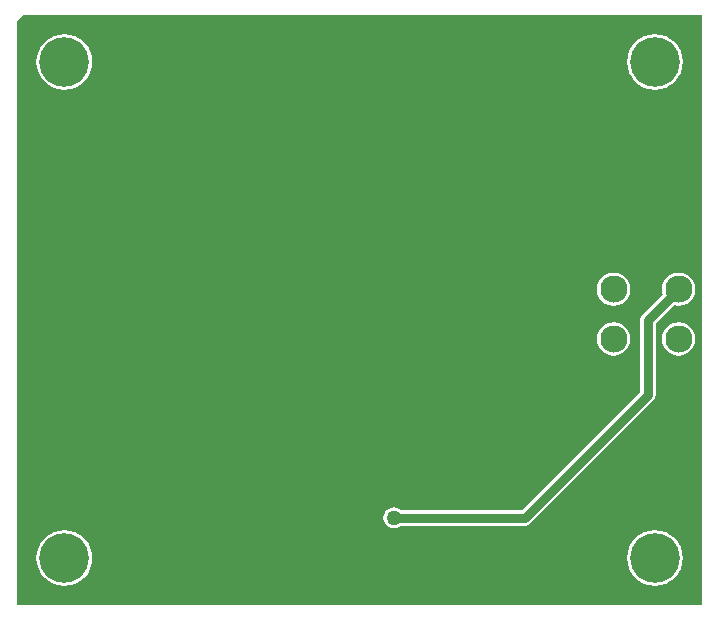
<source format=gbl>
G04*
G04 #@! TF.GenerationSoftware,Altium Limited,Altium Designer,22.1.2 (22)*
G04*
G04 Layer_Physical_Order=2*
G04 Layer_Color=16711680*
%FSLAX25Y25*%
%MOIN*%
G70*
G04*
G04 #@! TF.SameCoordinates,94212916-5215-4C0A-BD21-050921E15A7C*
G04*
G04*
G04 #@! TF.FilePolarity,Positive*
G04*
G01*
G75*
%ADD19C,0.03000*%
%ADD22C,0.16535*%
%ADD23C,0.09055*%
%ADD24C,0.05000*%
G36*
X232283Y3937D02*
X3937D01*
Y198819D01*
X5906Y200787D01*
X232283D01*
Y3937D01*
D02*
G37*
%LPC*%
G36*
X216535Y194352D02*
X214719Y194173D01*
X212972Y193643D01*
X211362Y192782D01*
X209950Y191624D01*
X208792Y190213D01*
X207932Y188603D01*
X207402Y186856D01*
X207223Y185039D01*
X207402Y183223D01*
X207932Y181476D01*
X208792Y179866D01*
X209950Y178454D01*
X211362Y177296D01*
X212972Y176436D01*
X214719Y175906D01*
X216535Y175727D01*
X218352Y175906D01*
X220099Y176436D01*
X221709Y177296D01*
X223120Y178454D01*
X224278Y179866D01*
X225139Y181476D01*
X225669Y183223D01*
X225848Y185039D01*
X225669Y186856D01*
X225139Y188603D01*
X224278Y190213D01*
X223120Y191624D01*
X221709Y192782D01*
X220099Y193643D01*
X218352Y194173D01*
X216535Y194352D01*
D02*
G37*
G36*
X19685D02*
X17868Y194173D01*
X16121Y193643D01*
X14511Y192782D01*
X13100Y191624D01*
X11942Y190213D01*
X11081Y188603D01*
X10551Y186856D01*
X10373Y185039D01*
X10551Y183223D01*
X11081Y181476D01*
X11942Y179866D01*
X13100Y178454D01*
X14511Y177296D01*
X16121Y176436D01*
X17868Y175906D01*
X19685Y175727D01*
X21502Y175906D01*
X23249Y176436D01*
X24859Y177296D01*
X26270Y178454D01*
X27428Y179866D01*
X28289Y181476D01*
X28819Y183223D01*
X28998Y185039D01*
X28819Y186856D01*
X28289Y188603D01*
X27428Y190213D01*
X26270Y191624D01*
X24859Y192782D01*
X23249Y193643D01*
X21502Y194173D01*
X19685Y194352D01*
D02*
G37*
G36*
X224409Y114827D02*
X222966Y114637D01*
X221622Y114080D01*
X220467Y113194D01*
X219581Y112040D01*
X219024Y110695D01*
X218834Y109252D01*
X219024Y107809D01*
X219123Y107570D01*
X212457Y100905D01*
X211905Y100078D01*
X211711Y99102D01*
Y75158D01*
X172094Y35541D01*
X132044D01*
X132024Y35567D01*
X131293Y36128D01*
X130441Y36481D01*
X129528Y36601D01*
X128614Y36481D01*
X127762Y36128D01*
X127031Y35567D01*
X126470Y34836D01*
X126118Y33985D01*
X125997Y33071D01*
X126118Y32157D01*
X126470Y31306D01*
X127031Y30575D01*
X127762Y30014D01*
X128614Y29661D01*
X129528Y29541D01*
X130441Y29661D01*
X131293Y30014D01*
X131852Y30443D01*
X173150D01*
X174125Y30637D01*
X174952Y31190D01*
X216062Y72300D01*
X216615Y73127D01*
X216809Y74102D01*
Y98046D01*
X222728Y103966D01*
X222966Y103867D01*
X224409Y103677D01*
X225852Y103867D01*
X227197Y104424D01*
X228352Y105310D01*
X229238Y106464D01*
X229795Y107809D01*
X229985Y109252D01*
X229795Y110695D01*
X229238Y112040D01*
X228352Y113194D01*
X227197Y114080D01*
X225852Y114637D01*
X224409Y114827D01*
D02*
G37*
G36*
X202756D02*
X201313Y114637D01*
X199968Y114080D01*
X198814Y113194D01*
X197928Y112040D01*
X197371Y110695D01*
X197181Y109252D01*
X197371Y107809D01*
X197928Y106464D01*
X198814Y105310D01*
X199968Y104424D01*
X201313Y103867D01*
X202756Y103677D01*
X204199Y103867D01*
X205544Y104424D01*
X206698Y105310D01*
X207584Y106464D01*
X208141Y107809D01*
X208331Y109252D01*
X208141Y110695D01*
X207584Y112040D01*
X206698Y113194D01*
X205544Y114080D01*
X204199Y114637D01*
X202756Y114827D01*
D02*
G37*
G36*
X224409Y98292D02*
X222966Y98102D01*
X221622Y97545D01*
X220467Y96659D01*
X219581Y95504D01*
X219024Y94160D01*
X218834Y92717D01*
X219024Y91274D01*
X219581Y89929D01*
X220467Y88774D01*
X221622Y87888D01*
X222966Y87331D01*
X224409Y87141D01*
X225852Y87331D01*
X227197Y87888D01*
X228352Y88774D01*
X229238Y89929D01*
X229795Y91274D01*
X229985Y92717D01*
X229795Y94160D01*
X229238Y95504D01*
X228352Y96659D01*
X227197Y97545D01*
X225852Y98102D01*
X224409Y98292D01*
D02*
G37*
G36*
X202756D02*
X201313Y98102D01*
X199968Y97545D01*
X198814Y96659D01*
X197928Y95504D01*
X197371Y94160D01*
X197181Y92717D01*
X197371Y91274D01*
X197928Y89929D01*
X198814Y88774D01*
X199968Y87888D01*
X201313Y87331D01*
X202756Y87141D01*
X204199Y87331D01*
X205544Y87888D01*
X206698Y88774D01*
X207584Y89929D01*
X208141Y91274D01*
X208331Y92717D01*
X208141Y94160D01*
X207584Y95504D01*
X206698Y96659D01*
X205544Y97545D01*
X204199Y98102D01*
X202756Y98292D01*
D02*
G37*
G36*
X216535Y28998D02*
X214719Y28819D01*
X212972Y28289D01*
X211362Y27428D01*
X209950Y26270D01*
X208792Y24859D01*
X207932Y23249D01*
X207402Y21502D01*
X207223Y19685D01*
X207402Y17868D01*
X207932Y16121D01*
X208792Y14511D01*
X209950Y13100D01*
X211362Y11942D01*
X212972Y11081D01*
X214719Y10551D01*
X216535Y10373D01*
X218352Y10551D01*
X220099Y11081D01*
X221709Y11942D01*
X223120Y13100D01*
X224278Y14511D01*
X225139Y16121D01*
X225669Y17868D01*
X225848Y19685D01*
X225669Y21502D01*
X225139Y23249D01*
X224278Y24859D01*
X223120Y26270D01*
X221709Y27428D01*
X220099Y28289D01*
X218352Y28819D01*
X216535Y28998D01*
D02*
G37*
G36*
X19685D02*
X17868Y28819D01*
X16121Y28289D01*
X14511Y27428D01*
X13100Y26270D01*
X11942Y24859D01*
X11081Y23249D01*
X10551Y21502D01*
X10373Y19685D01*
X10551Y17868D01*
X11081Y16121D01*
X11942Y14511D01*
X13100Y13100D01*
X14511Y11942D01*
X16121Y11081D01*
X17868Y10551D01*
X19685Y10373D01*
X21502Y10551D01*
X23249Y11081D01*
X24859Y11942D01*
X26270Y13100D01*
X27428Y14511D01*
X28289Y16121D01*
X28819Y17868D01*
X28998Y19685D01*
X28819Y21502D01*
X28289Y23249D01*
X27428Y24859D01*
X26270Y26270D01*
X24859Y27428D01*
X23249Y28289D01*
X21502Y28819D01*
X19685Y28998D01*
D02*
G37*
%LPD*%
D19*
X129528Y32992D02*
X173150D01*
X214260Y74102D02*
Y99102D01*
X173150Y32992D02*
X214260Y74102D01*
Y99102D02*
X224409Y109252D01*
D22*
X19685Y185039D02*
D03*
X216535D02*
D03*
Y19685D02*
D03*
X19685D02*
D03*
D23*
X202756Y92717D02*
D03*
Y109252D02*
D03*
X224409D02*
D03*
Y92717D02*
D03*
D24*
X129528Y33071D02*
D03*
M02*

</source>
